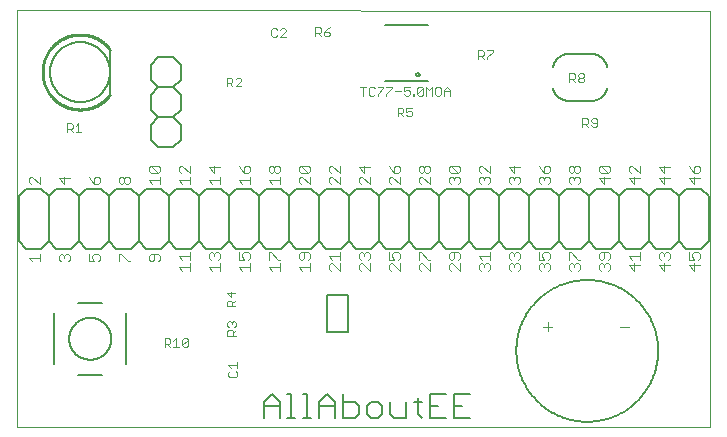
<source format=gto>
G75*
%MOIN*%
%OFA0B0*%
%FSLAX25Y25*%
%IPPOS*%
%LPD*%
%AMOC8*
5,1,8,0,0,1.08239X$1,22.5*
%
%ADD10C,0.00000*%
%ADD11C,0.00300*%
%ADD12C,0.00700*%
%ADD13C,0.00800*%
%ADD14C,0.01000*%
%ADD15C,0.00600*%
%ADD16C,0.00500*%
%ADD17C,0.00400*%
D10*
X0021800Y0021800D02*
X0021800Y0160501D01*
X0252745Y0160343D01*
X0252745Y0021800D01*
X0021800Y0021800D01*
D11*
X0070867Y0048367D02*
X0070867Y0051270D01*
X0072319Y0051270D01*
X0072802Y0050786D01*
X0072802Y0049819D01*
X0072319Y0049335D01*
X0070867Y0049335D01*
X0071835Y0049335D02*
X0072802Y0048367D01*
X0073814Y0048367D02*
X0075749Y0048367D01*
X0074781Y0048367D02*
X0074781Y0051270D01*
X0073814Y0050302D01*
X0076760Y0050786D02*
X0076760Y0048851D01*
X0078695Y0050786D01*
X0078695Y0048851D01*
X0078212Y0048367D01*
X0077244Y0048367D01*
X0076760Y0048851D01*
X0076760Y0050786D02*
X0077244Y0051270D01*
X0078212Y0051270D01*
X0078695Y0050786D01*
X0091740Y0052048D02*
X0091740Y0053500D01*
X0092223Y0053983D01*
X0093191Y0053983D01*
X0093675Y0053500D01*
X0093675Y0052048D01*
X0094642Y0052048D02*
X0091740Y0052048D01*
X0093675Y0053016D02*
X0094642Y0053983D01*
X0094158Y0054995D02*
X0094642Y0055479D01*
X0094642Y0056446D01*
X0094158Y0056930D01*
X0093675Y0056930D01*
X0093191Y0056446D01*
X0093191Y0055962D01*
X0093191Y0056446D02*
X0092707Y0056930D01*
X0092223Y0056930D01*
X0091740Y0056446D01*
X0091740Y0055479D01*
X0092223Y0054995D01*
X0091582Y0061891D02*
X0091582Y0063342D01*
X0092066Y0063826D01*
X0093033Y0063826D01*
X0093517Y0063342D01*
X0093517Y0061891D01*
X0093517Y0062858D02*
X0094485Y0063826D01*
X0093033Y0064837D02*
X0093033Y0066772D01*
X0091582Y0066289D02*
X0094485Y0066289D01*
X0093033Y0064837D02*
X0091582Y0066289D01*
X0091582Y0061891D02*
X0094485Y0061891D01*
X0096819Y0073722D02*
X0095585Y0074956D01*
X0099288Y0074956D01*
X0099288Y0073722D02*
X0099288Y0076190D01*
X0098671Y0077405D02*
X0099288Y0078022D01*
X0099288Y0079256D01*
X0098671Y0079874D01*
X0097436Y0079874D01*
X0096819Y0079256D01*
X0096819Y0078639D01*
X0097436Y0077405D01*
X0095585Y0077405D01*
X0095585Y0079874D01*
X0089288Y0079256D02*
X0089288Y0078022D01*
X0088671Y0077405D01*
X0089288Y0076190D02*
X0089288Y0073722D01*
X0089288Y0074956D02*
X0085585Y0074956D01*
X0086819Y0073722D01*
X0086202Y0077405D02*
X0085585Y0078022D01*
X0085585Y0079256D01*
X0086202Y0079874D01*
X0086819Y0079874D01*
X0087436Y0079256D01*
X0088053Y0079874D01*
X0088671Y0079874D01*
X0089288Y0079256D01*
X0087436Y0079256D02*
X0087436Y0078639D01*
X0079288Y0078639D02*
X0075585Y0078639D01*
X0076819Y0077405D01*
X0079288Y0077405D02*
X0079288Y0079874D01*
X0079288Y0076190D02*
X0079288Y0073722D01*
X0079288Y0074956D02*
X0075585Y0074956D01*
X0076819Y0073722D01*
X0069288Y0077488D02*
X0068671Y0076871D01*
X0069288Y0077488D02*
X0069288Y0078723D01*
X0068671Y0079340D01*
X0066202Y0079340D01*
X0065585Y0078723D01*
X0065585Y0077488D01*
X0066202Y0076871D01*
X0066819Y0076871D01*
X0067436Y0077488D01*
X0067436Y0079340D01*
X0059288Y0076871D02*
X0058671Y0076871D01*
X0056202Y0079340D01*
X0055585Y0079340D01*
X0055585Y0076871D01*
X0049288Y0077488D02*
X0048671Y0076871D01*
X0049288Y0077488D02*
X0049288Y0078723D01*
X0048671Y0079340D01*
X0047436Y0079340D01*
X0046819Y0078723D01*
X0046819Y0078106D01*
X0047436Y0076871D01*
X0045585Y0076871D01*
X0045585Y0079340D01*
X0039288Y0078723D02*
X0039288Y0077488D01*
X0038671Y0076871D01*
X0037436Y0078106D02*
X0037436Y0078723D01*
X0038053Y0079340D01*
X0038671Y0079340D01*
X0039288Y0078723D01*
X0037436Y0078723D02*
X0036819Y0079340D01*
X0036202Y0079340D01*
X0035585Y0078723D01*
X0035585Y0077488D01*
X0036202Y0076871D01*
X0029288Y0076871D02*
X0029288Y0079340D01*
X0029288Y0078106D02*
X0025585Y0078106D01*
X0026819Y0076871D01*
X0026202Y0102659D02*
X0025585Y0103276D01*
X0025585Y0104510D01*
X0026202Y0105127D01*
X0026819Y0105127D01*
X0029288Y0102659D01*
X0029288Y0105127D01*
X0035585Y0104510D02*
X0037436Y0102659D01*
X0037436Y0105127D01*
X0035585Y0104510D02*
X0039288Y0104510D01*
X0045585Y0105127D02*
X0046202Y0103893D01*
X0047436Y0102659D01*
X0047436Y0104510D01*
X0048053Y0105127D01*
X0048671Y0105127D01*
X0049288Y0104510D01*
X0049288Y0103276D01*
X0048671Y0102659D01*
X0047436Y0102659D01*
X0055585Y0103276D02*
X0055585Y0104510D01*
X0056202Y0105127D01*
X0056819Y0105127D01*
X0057436Y0104510D01*
X0057436Y0103276D01*
X0056819Y0102659D01*
X0056202Y0102659D01*
X0055585Y0103276D01*
X0057436Y0103276D02*
X0058053Y0102659D01*
X0058671Y0102659D01*
X0059288Y0103276D01*
X0059288Y0104510D01*
X0058671Y0105127D01*
X0058053Y0105127D01*
X0057436Y0104510D01*
X0065585Y0103893D02*
X0066819Y0102659D01*
X0065585Y0103893D02*
X0069288Y0103893D01*
X0069288Y0102659D02*
X0069288Y0105127D01*
X0068671Y0106342D02*
X0066202Y0108811D01*
X0068671Y0108811D01*
X0069288Y0108193D01*
X0069288Y0106959D01*
X0068671Y0106342D01*
X0066202Y0106342D01*
X0065585Y0106959D01*
X0065585Y0108193D01*
X0066202Y0108811D01*
X0075585Y0108193D02*
X0075585Y0106959D01*
X0076202Y0106342D01*
X0075585Y0108193D02*
X0076202Y0108811D01*
X0076819Y0108811D01*
X0079288Y0106342D01*
X0079288Y0108811D01*
X0079288Y0105127D02*
X0079288Y0102659D01*
X0079288Y0103893D02*
X0075585Y0103893D01*
X0076819Y0102659D01*
X0085585Y0103893D02*
X0089288Y0103893D01*
X0089288Y0102659D02*
X0089288Y0105127D01*
X0087436Y0106342D02*
X0087436Y0108811D01*
X0085585Y0108193D02*
X0087436Y0106342D01*
X0085585Y0108193D02*
X0089288Y0108193D01*
X0085585Y0103893D02*
X0086819Y0102659D01*
X0095585Y0103893D02*
X0096819Y0102659D01*
X0095585Y0103893D02*
X0099288Y0103893D01*
X0099288Y0102659D02*
X0099288Y0105127D01*
X0098671Y0106342D02*
X0099288Y0106959D01*
X0099288Y0108193D01*
X0098671Y0108811D01*
X0098053Y0108811D01*
X0097436Y0108193D01*
X0097436Y0106342D01*
X0098671Y0106342D01*
X0097436Y0106342D02*
X0096202Y0107576D01*
X0095585Y0108811D01*
X0105585Y0108193D02*
X0106202Y0108811D01*
X0106819Y0108811D01*
X0107436Y0108193D01*
X0107436Y0106959D01*
X0106819Y0106342D01*
X0106202Y0106342D01*
X0105585Y0106959D01*
X0105585Y0108193D01*
X0107436Y0108193D02*
X0108053Y0108811D01*
X0108671Y0108811D01*
X0109288Y0108193D01*
X0109288Y0106959D01*
X0108671Y0106342D01*
X0108053Y0106342D01*
X0107436Y0106959D01*
X0109288Y0105127D02*
X0109288Y0102659D01*
X0109288Y0103893D02*
X0105585Y0103893D01*
X0106819Y0102659D01*
X0115585Y0103276D02*
X0116202Y0102659D01*
X0115585Y0103276D02*
X0115585Y0104510D01*
X0116202Y0105127D01*
X0116819Y0105127D01*
X0119288Y0102659D01*
X0119288Y0105127D01*
X0118671Y0106342D02*
X0116202Y0108811D01*
X0118671Y0108811D01*
X0119288Y0108193D01*
X0119288Y0106959D01*
X0118671Y0106342D01*
X0116202Y0106342D01*
X0115585Y0106959D01*
X0115585Y0108193D01*
X0116202Y0108811D01*
X0125585Y0108193D02*
X0125585Y0106959D01*
X0126202Y0106342D01*
X0126202Y0105127D02*
X0125585Y0104510D01*
X0125585Y0103276D01*
X0126202Y0102659D01*
X0126819Y0105127D02*
X0129288Y0102659D01*
X0129288Y0105127D01*
X0129288Y0106342D02*
X0126819Y0108811D01*
X0126202Y0108811D01*
X0125585Y0108193D01*
X0126202Y0105127D02*
X0126819Y0105127D01*
X0129288Y0106342D02*
X0129288Y0108811D01*
X0135585Y0108193D02*
X0137436Y0106342D01*
X0137436Y0108811D01*
X0135585Y0108193D02*
X0139288Y0108193D01*
X0139288Y0105127D02*
X0139288Y0102659D01*
X0136819Y0105127D01*
X0136202Y0105127D01*
X0135585Y0104510D01*
X0135585Y0103276D01*
X0136202Y0102659D01*
X0145585Y0103276D02*
X0146202Y0102659D01*
X0145585Y0103276D02*
X0145585Y0104510D01*
X0146202Y0105127D01*
X0146819Y0105127D01*
X0149288Y0102659D01*
X0149288Y0105127D01*
X0148671Y0106342D02*
X0149288Y0106959D01*
X0149288Y0108193D01*
X0148671Y0108811D01*
X0148053Y0108811D01*
X0147436Y0108193D01*
X0147436Y0106342D01*
X0148671Y0106342D01*
X0147436Y0106342D02*
X0146202Y0107576D01*
X0145585Y0108811D01*
X0155585Y0108193D02*
X0156202Y0108811D01*
X0156819Y0108811D01*
X0157436Y0108193D01*
X0157436Y0106959D01*
X0156819Y0106342D01*
X0156202Y0106342D01*
X0155585Y0106959D01*
X0155585Y0108193D01*
X0157436Y0108193D02*
X0158053Y0108811D01*
X0158671Y0108811D01*
X0159288Y0108193D01*
X0159288Y0106959D01*
X0158671Y0106342D01*
X0158053Y0106342D01*
X0157436Y0106959D01*
X0156819Y0105127D02*
X0156202Y0105127D01*
X0155585Y0104510D01*
X0155585Y0103276D01*
X0156202Y0102659D01*
X0156819Y0105127D02*
X0159288Y0102659D01*
X0159288Y0105127D01*
X0165585Y0104510D02*
X0166202Y0105127D01*
X0166819Y0105127D01*
X0167436Y0104510D01*
X0168053Y0105127D01*
X0168671Y0105127D01*
X0169288Y0104510D01*
X0169288Y0103276D01*
X0168671Y0102659D01*
X0167436Y0103893D02*
X0167436Y0104510D01*
X0165585Y0104510D02*
X0165585Y0103276D01*
X0166202Y0102659D01*
X0166202Y0106342D02*
X0165585Y0106959D01*
X0165585Y0108193D01*
X0166202Y0108811D01*
X0168671Y0106342D01*
X0169288Y0106959D01*
X0169288Y0108193D01*
X0168671Y0108811D01*
X0166202Y0108811D01*
X0166202Y0106342D02*
X0168671Y0106342D01*
X0175585Y0106959D02*
X0176202Y0106342D01*
X0175585Y0106959D02*
X0175585Y0108193D01*
X0176202Y0108811D01*
X0176819Y0108811D01*
X0179288Y0106342D01*
X0179288Y0108811D01*
X0178671Y0105127D02*
X0178053Y0105127D01*
X0177436Y0104510D01*
X0177436Y0103893D01*
X0177436Y0104510D02*
X0176819Y0105127D01*
X0176202Y0105127D01*
X0175585Y0104510D01*
X0175585Y0103276D01*
X0176202Y0102659D01*
X0178671Y0102659D02*
X0179288Y0103276D01*
X0179288Y0104510D01*
X0178671Y0105127D01*
X0185585Y0104510D02*
X0186202Y0105127D01*
X0186819Y0105127D01*
X0187436Y0104510D01*
X0188053Y0105127D01*
X0188671Y0105127D01*
X0189288Y0104510D01*
X0189288Y0103276D01*
X0188671Y0102659D01*
X0187436Y0103893D02*
X0187436Y0104510D01*
X0187436Y0106342D02*
X0187436Y0108811D01*
X0185585Y0108193D02*
X0187436Y0106342D01*
X0185585Y0104510D02*
X0185585Y0103276D01*
X0186202Y0102659D01*
X0185585Y0108193D02*
X0189288Y0108193D01*
X0195585Y0108811D02*
X0196202Y0107576D01*
X0197436Y0106342D01*
X0197436Y0108193D01*
X0198053Y0108811D01*
X0198671Y0108811D01*
X0199288Y0108193D01*
X0199288Y0106959D01*
X0198671Y0106342D01*
X0197436Y0106342D01*
X0196819Y0105127D02*
X0197436Y0104510D01*
X0198053Y0105127D01*
X0198671Y0105127D01*
X0199288Y0104510D01*
X0199288Y0103276D01*
X0198671Y0102659D01*
X0197436Y0103893D02*
X0197436Y0104510D01*
X0196819Y0105127D02*
X0196202Y0105127D01*
X0195585Y0104510D01*
X0195585Y0103276D01*
X0196202Y0102659D01*
X0205585Y0103276D02*
X0205585Y0104510D01*
X0206202Y0105127D01*
X0206819Y0105127D01*
X0207436Y0104510D01*
X0208053Y0105127D01*
X0208671Y0105127D01*
X0209288Y0104510D01*
X0209288Y0103276D01*
X0208671Y0102659D01*
X0207436Y0103893D02*
X0207436Y0104510D01*
X0206819Y0106342D02*
X0206202Y0106342D01*
X0205585Y0106959D01*
X0205585Y0108193D01*
X0206202Y0108811D01*
X0206819Y0108811D01*
X0207436Y0108193D01*
X0207436Y0106959D01*
X0206819Y0106342D01*
X0207436Y0106959D02*
X0208053Y0106342D01*
X0208671Y0106342D01*
X0209288Y0106959D01*
X0209288Y0108193D01*
X0208671Y0108811D01*
X0208053Y0108811D01*
X0207436Y0108193D01*
X0205585Y0103276D02*
X0206202Y0102659D01*
X0215585Y0104510D02*
X0217436Y0102659D01*
X0217436Y0105127D01*
X0216202Y0106342D02*
X0218671Y0106342D01*
X0216202Y0108811D01*
X0218671Y0108811D01*
X0219288Y0108193D01*
X0219288Y0106959D01*
X0218671Y0106342D01*
X0219288Y0104510D02*
X0215585Y0104510D01*
X0216202Y0106342D02*
X0215585Y0106959D01*
X0215585Y0108193D01*
X0216202Y0108811D01*
X0225585Y0108193D02*
X0225585Y0106959D01*
X0226202Y0106342D01*
X0227436Y0105127D02*
X0227436Y0102659D01*
X0225585Y0104510D01*
X0229288Y0104510D01*
X0229288Y0106342D02*
X0226819Y0108811D01*
X0226202Y0108811D01*
X0225585Y0108193D01*
X0229288Y0108811D02*
X0229288Y0106342D01*
X0235585Y0104510D02*
X0237436Y0102659D01*
X0237436Y0105127D01*
X0237436Y0106342D02*
X0237436Y0108811D01*
X0235585Y0108193D02*
X0237436Y0106342D01*
X0235585Y0104510D02*
X0239288Y0104510D01*
X0239288Y0108193D02*
X0235585Y0108193D01*
X0245585Y0108811D02*
X0246202Y0107576D01*
X0247436Y0106342D01*
X0247436Y0108193D01*
X0248053Y0108811D01*
X0248671Y0108811D01*
X0249288Y0108193D01*
X0249288Y0106959D01*
X0248671Y0106342D01*
X0247436Y0106342D01*
X0247436Y0105127D02*
X0247436Y0102659D01*
X0245585Y0104510D01*
X0249288Y0104510D01*
X0215013Y0122186D02*
X0215013Y0124121D01*
X0214530Y0124605D01*
X0213562Y0124605D01*
X0213078Y0124121D01*
X0213078Y0123638D01*
X0213562Y0123154D01*
X0215013Y0123154D01*
X0215013Y0122186D02*
X0214530Y0121703D01*
X0213562Y0121703D01*
X0213078Y0122186D01*
X0212067Y0121703D02*
X0211099Y0122670D01*
X0211583Y0122670D02*
X0210132Y0122670D01*
X0210132Y0121703D02*
X0210132Y0124605D01*
X0211583Y0124605D01*
X0212067Y0124121D01*
X0212067Y0123154D01*
X0211583Y0122670D01*
X0210199Y0136624D02*
X0209231Y0136624D01*
X0208748Y0137108D01*
X0208748Y0137591D01*
X0209231Y0138075D01*
X0210199Y0138075D01*
X0210683Y0137591D01*
X0210683Y0137108D01*
X0210199Y0136624D01*
X0210199Y0138075D02*
X0210683Y0138559D01*
X0210683Y0139043D01*
X0210199Y0139526D01*
X0209231Y0139526D01*
X0208748Y0139043D01*
X0208748Y0138559D01*
X0209231Y0138075D01*
X0207736Y0138075D02*
X0207252Y0137591D01*
X0205801Y0137591D01*
X0205801Y0136624D02*
X0205801Y0139526D01*
X0207252Y0139526D01*
X0207736Y0139043D01*
X0207736Y0138075D01*
X0206769Y0137591D02*
X0207736Y0136624D01*
X0180203Y0146790D02*
X0178268Y0144855D01*
X0178268Y0144371D01*
X0177256Y0144371D02*
X0176289Y0145338D01*
X0176772Y0145338D02*
X0175321Y0145338D01*
X0175321Y0144371D02*
X0175321Y0147273D01*
X0176772Y0147273D01*
X0177256Y0146790D01*
X0177256Y0145822D01*
X0176772Y0145338D01*
X0178268Y0147273D02*
X0180203Y0147273D01*
X0180203Y0146790D01*
X0165924Y0134082D02*
X0165924Y0132147D01*
X0165924Y0133598D02*
X0163989Y0133598D01*
X0163989Y0134082D02*
X0163989Y0132147D01*
X0162977Y0132630D02*
X0162493Y0132147D01*
X0161526Y0132147D01*
X0161042Y0132630D01*
X0161042Y0134565D01*
X0161526Y0135049D01*
X0162493Y0135049D01*
X0162977Y0134565D01*
X0162977Y0132630D01*
X0163989Y0134082D02*
X0164956Y0135049D01*
X0165924Y0134082D01*
X0160031Y0135049D02*
X0160031Y0132147D01*
X0158096Y0132147D02*
X0158096Y0135049D01*
X0159063Y0134082D01*
X0160031Y0135049D01*
X0157084Y0134565D02*
X0157084Y0132630D01*
X0156600Y0132147D01*
X0155633Y0132147D01*
X0155149Y0132630D01*
X0157084Y0134565D01*
X0156600Y0135049D01*
X0155633Y0135049D01*
X0155149Y0134565D01*
X0155149Y0132630D01*
X0154160Y0132630D02*
X0154160Y0132147D01*
X0153676Y0132147D01*
X0153676Y0132630D01*
X0154160Y0132630D01*
X0152664Y0132630D02*
X0152181Y0132147D01*
X0151213Y0132147D01*
X0150729Y0132630D01*
X0150729Y0133598D02*
X0151697Y0134082D01*
X0152181Y0134082D01*
X0152664Y0133598D01*
X0152664Y0132630D01*
X0150729Y0133598D02*
X0150729Y0135049D01*
X0152664Y0135049D01*
X0149718Y0133598D02*
X0147783Y0133598D01*
X0146771Y0134565D02*
X0144836Y0132630D01*
X0144836Y0132147D01*
X0143825Y0134565D02*
X0141890Y0132630D01*
X0141890Y0132147D01*
X0140878Y0132630D02*
X0140394Y0132147D01*
X0139427Y0132147D01*
X0138943Y0132630D01*
X0138943Y0134565D01*
X0139427Y0135049D01*
X0140394Y0135049D01*
X0140878Y0134565D01*
X0141890Y0135049D02*
X0143825Y0135049D01*
X0143825Y0134565D01*
X0144836Y0135049D02*
X0146771Y0135049D01*
X0146771Y0134565D01*
X0137932Y0135049D02*
X0135997Y0135049D01*
X0136964Y0135049D02*
X0136964Y0132147D01*
X0148534Y0128120D02*
X0148534Y0125218D01*
X0148534Y0126185D02*
X0149986Y0126185D01*
X0150469Y0126669D01*
X0150469Y0127637D01*
X0149986Y0128120D01*
X0148534Y0128120D01*
X0149502Y0126185D02*
X0150469Y0125218D01*
X0151481Y0125702D02*
X0151965Y0125218D01*
X0152932Y0125218D01*
X0153416Y0125702D01*
X0153416Y0126669D01*
X0152932Y0127153D01*
X0152448Y0127153D01*
X0151481Y0126669D01*
X0151481Y0128120D01*
X0153416Y0128120D01*
X0125969Y0152432D02*
X0125485Y0151948D01*
X0124517Y0151948D01*
X0124034Y0152432D01*
X0124034Y0153399D01*
X0125485Y0153399D01*
X0125969Y0152916D01*
X0125969Y0152432D01*
X0125001Y0154367D02*
X0124034Y0153399D01*
X0123022Y0153399D02*
X0122538Y0152916D01*
X0121087Y0152916D01*
X0122055Y0152916D02*
X0123022Y0151948D01*
X0123022Y0153399D02*
X0123022Y0154367D01*
X0122538Y0154851D01*
X0121087Y0154851D01*
X0121087Y0151948D01*
X0125001Y0154367D02*
X0125969Y0154851D01*
X0111335Y0154108D02*
X0110851Y0154592D01*
X0109884Y0154592D01*
X0109400Y0154108D01*
X0108388Y0154108D02*
X0107905Y0154592D01*
X0106937Y0154592D01*
X0106453Y0154108D01*
X0106453Y0152173D01*
X0106937Y0151689D01*
X0107905Y0151689D01*
X0108388Y0152173D01*
X0109400Y0151689D02*
X0111335Y0153624D01*
X0111335Y0154108D01*
X0111335Y0151689D02*
X0109400Y0151689D01*
X0095986Y0138109D02*
X0095019Y0138109D01*
X0094535Y0137625D01*
X0093523Y0137625D02*
X0093523Y0136658D01*
X0093040Y0136174D01*
X0091588Y0136174D01*
X0091588Y0135207D02*
X0091588Y0138109D01*
X0093040Y0138109D01*
X0093523Y0137625D01*
X0092556Y0136174D02*
X0093523Y0135207D01*
X0094535Y0135207D02*
X0096470Y0137142D01*
X0096470Y0137625D01*
X0095986Y0138109D01*
X0096470Y0135207D02*
X0094535Y0135207D01*
X0043155Y0119970D02*
X0041220Y0119970D01*
X0042188Y0119970D02*
X0042188Y0122872D01*
X0041220Y0121905D01*
X0040209Y0122388D02*
X0040209Y0121421D01*
X0039725Y0120937D01*
X0038274Y0120937D01*
X0039241Y0120937D02*
X0040209Y0119970D01*
X0038274Y0119970D02*
X0038274Y0122872D01*
X0039725Y0122872D01*
X0040209Y0122388D01*
X0105585Y0079874D02*
X0106202Y0079874D01*
X0108671Y0077405D01*
X0109288Y0077405D01*
X0109288Y0076190D02*
X0109288Y0073722D01*
X0109288Y0074956D02*
X0105585Y0074956D01*
X0106819Y0073722D01*
X0105585Y0077405D02*
X0105585Y0079874D01*
X0115585Y0079256D02*
X0115585Y0078022D01*
X0116202Y0077405D01*
X0116819Y0077405D01*
X0117436Y0078022D01*
X0117436Y0079874D01*
X0116202Y0079874D02*
X0118671Y0079874D01*
X0119288Y0079256D01*
X0119288Y0078022D01*
X0118671Y0077405D01*
X0119288Y0076190D02*
X0119288Y0073722D01*
X0119288Y0074956D02*
X0115585Y0074956D01*
X0116819Y0073722D01*
X0115585Y0079256D02*
X0116202Y0079874D01*
X0125585Y0078639D02*
X0129288Y0078639D01*
X0129288Y0077405D02*
X0129288Y0079874D01*
X0126819Y0077405D02*
X0125585Y0078639D01*
X0126202Y0076190D02*
X0125585Y0075573D01*
X0125585Y0074339D01*
X0126202Y0073722D01*
X0126202Y0076190D02*
X0126819Y0076190D01*
X0129288Y0073722D01*
X0129288Y0076190D01*
X0135585Y0075573D02*
X0135585Y0074339D01*
X0136202Y0073722D01*
X0135585Y0075573D02*
X0136202Y0076190D01*
X0136819Y0076190D01*
X0139288Y0073722D01*
X0139288Y0076190D01*
X0138671Y0077405D02*
X0139288Y0078022D01*
X0139288Y0079256D01*
X0138671Y0079874D01*
X0138053Y0079874D01*
X0137436Y0079256D01*
X0137436Y0078639D01*
X0137436Y0079256D02*
X0136819Y0079874D01*
X0136202Y0079874D01*
X0135585Y0079256D01*
X0135585Y0078022D01*
X0136202Y0077405D01*
X0145585Y0077405D02*
X0147436Y0077405D01*
X0146819Y0078639D01*
X0146819Y0079256D01*
X0147436Y0079874D01*
X0148671Y0079874D01*
X0149288Y0079256D01*
X0149288Y0078022D01*
X0148671Y0077405D01*
X0149288Y0076190D02*
X0149288Y0073722D01*
X0146819Y0076190D01*
X0146202Y0076190D01*
X0145585Y0075573D01*
X0145585Y0074339D01*
X0146202Y0073722D01*
X0145585Y0077405D02*
X0145585Y0079874D01*
X0155585Y0079874D02*
X0155585Y0077405D01*
X0156202Y0076190D02*
X0155585Y0075573D01*
X0155585Y0074339D01*
X0156202Y0073722D01*
X0156202Y0076190D02*
X0156819Y0076190D01*
X0159288Y0073722D01*
X0159288Y0076190D01*
X0159288Y0077405D02*
X0158671Y0077405D01*
X0156202Y0079874D01*
X0155585Y0079874D01*
X0165585Y0079256D02*
X0165585Y0078022D01*
X0166202Y0077405D01*
X0166819Y0077405D01*
X0167436Y0078022D01*
X0167436Y0079874D01*
X0166202Y0079874D02*
X0168671Y0079874D01*
X0169288Y0079256D01*
X0169288Y0078022D01*
X0168671Y0077405D01*
X0169288Y0076190D02*
X0169288Y0073722D01*
X0166819Y0076190D01*
X0166202Y0076190D01*
X0165585Y0075573D01*
X0165585Y0074339D01*
X0166202Y0073722D01*
X0165585Y0079256D02*
X0166202Y0079874D01*
X0175585Y0078639D02*
X0179288Y0078639D01*
X0179288Y0077405D02*
X0179288Y0079874D01*
X0176819Y0077405D02*
X0175585Y0078639D01*
X0176202Y0076190D02*
X0176819Y0076190D01*
X0177436Y0075573D01*
X0178053Y0076190D01*
X0178671Y0076190D01*
X0179288Y0075573D01*
X0179288Y0074339D01*
X0178671Y0073722D01*
X0177436Y0074956D02*
X0177436Y0075573D01*
X0176202Y0076190D02*
X0175585Y0075573D01*
X0175585Y0074339D01*
X0176202Y0073722D01*
X0185585Y0074339D02*
X0185585Y0075573D01*
X0186202Y0076190D01*
X0186819Y0076190D01*
X0187436Y0075573D01*
X0188053Y0076190D01*
X0188671Y0076190D01*
X0189288Y0075573D01*
X0189288Y0074339D01*
X0188671Y0073722D01*
X0187436Y0074956D02*
X0187436Y0075573D01*
X0186202Y0077405D02*
X0185585Y0078022D01*
X0185585Y0079256D01*
X0186202Y0079874D01*
X0186819Y0079874D01*
X0187436Y0079256D01*
X0188053Y0079874D01*
X0188671Y0079874D01*
X0189288Y0079256D01*
X0189288Y0078022D01*
X0188671Y0077405D01*
X0187436Y0078639D02*
X0187436Y0079256D01*
X0185585Y0074339D02*
X0186202Y0073722D01*
X0195585Y0074339D02*
X0195585Y0075573D01*
X0196202Y0076190D01*
X0196819Y0076190D01*
X0197436Y0075573D01*
X0198053Y0076190D01*
X0198671Y0076190D01*
X0199288Y0075573D01*
X0199288Y0074339D01*
X0198671Y0073722D01*
X0197436Y0074956D02*
X0197436Y0075573D01*
X0197436Y0077405D02*
X0196819Y0078639D01*
X0196819Y0079256D01*
X0197436Y0079874D01*
X0198671Y0079874D01*
X0199288Y0079256D01*
X0199288Y0078022D01*
X0198671Y0077405D01*
X0197436Y0077405D02*
X0195585Y0077405D01*
X0195585Y0079874D01*
X0195585Y0074339D02*
X0196202Y0073722D01*
X0205585Y0074339D02*
X0205585Y0075573D01*
X0206202Y0076190D01*
X0206819Y0076190D01*
X0207436Y0075573D01*
X0208053Y0076190D01*
X0208671Y0076190D01*
X0209288Y0075573D01*
X0209288Y0074339D01*
X0208671Y0073722D01*
X0207436Y0074956D02*
X0207436Y0075573D01*
X0208671Y0077405D02*
X0209288Y0077405D01*
X0208671Y0077405D02*
X0206202Y0079874D01*
X0205585Y0079874D01*
X0205585Y0077405D01*
X0205585Y0074339D02*
X0206202Y0073722D01*
X0215585Y0074339D02*
X0215585Y0075573D01*
X0216202Y0076190D01*
X0216819Y0076190D01*
X0217436Y0075573D01*
X0218053Y0076190D01*
X0218671Y0076190D01*
X0219288Y0075573D01*
X0219288Y0074339D01*
X0218671Y0073722D01*
X0217436Y0074956D02*
X0217436Y0075573D01*
X0216819Y0077405D02*
X0217436Y0078022D01*
X0217436Y0079874D01*
X0216202Y0079874D02*
X0218671Y0079874D01*
X0219288Y0079256D01*
X0219288Y0078022D01*
X0218671Y0077405D01*
X0216819Y0077405D02*
X0216202Y0077405D01*
X0215585Y0078022D01*
X0215585Y0079256D01*
X0216202Y0079874D01*
X0215585Y0074339D02*
X0216202Y0073722D01*
X0225585Y0075573D02*
X0227436Y0073722D01*
X0227436Y0076190D01*
X0226819Y0077405D02*
X0225585Y0078639D01*
X0229288Y0078639D01*
X0229288Y0077405D02*
X0229288Y0079874D01*
X0229288Y0075573D02*
X0225585Y0075573D01*
X0235585Y0075573D02*
X0237436Y0073722D01*
X0237436Y0076190D01*
X0236202Y0077405D02*
X0235585Y0078022D01*
X0235585Y0079256D01*
X0236202Y0079874D01*
X0236819Y0079874D01*
X0237436Y0079256D01*
X0238053Y0079874D01*
X0238671Y0079874D01*
X0239288Y0079256D01*
X0239288Y0078022D01*
X0238671Y0077405D01*
X0237436Y0078639D02*
X0237436Y0079256D01*
X0235585Y0075573D02*
X0239288Y0075573D01*
X0245585Y0075573D02*
X0247436Y0073722D01*
X0247436Y0076190D01*
X0247436Y0077405D02*
X0246819Y0078639D01*
X0246819Y0079256D01*
X0247436Y0079874D01*
X0248671Y0079874D01*
X0249288Y0079256D01*
X0249288Y0078022D01*
X0248671Y0077405D01*
X0247436Y0077405D02*
X0245585Y0077405D01*
X0245585Y0079874D01*
X0245585Y0075573D02*
X0249288Y0075573D01*
X0095043Y0043196D02*
X0095043Y0041261D01*
X0095043Y0042228D02*
X0092140Y0042228D01*
X0093108Y0041261D01*
X0092624Y0040249D02*
X0092140Y0039765D01*
X0092140Y0038798D01*
X0092624Y0038314D01*
X0094559Y0038314D01*
X0095043Y0038798D01*
X0095043Y0039765D01*
X0094559Y0040249D01*
D12*
X0103920Y0029961D02*
X0106556Y0032596D01*
X0109192Y0029961D01*
X0109192Y0024689D01*
X0111839Y0024689D02*
X0114475Y0024689D01*
X0113157Y0024689D02*
X0113157Y0032596D01*
X0111839Y0032596D01*
X0109192Y0028643D02*
X0103920Y0028643D01*
X0103920Y0029961D02*
X0103920Y0024689D01*
X0117118Y0024689D02*
X0119754Y0024689D01*
X0118436Y0024689D02*
X0118436Y0032596D01*
X0117118Y0032596D01*
X0122398Y0029961D02*
X0125033Y0032596D01*
X0127669Y0029961D01*
X0127669Y0024689D01*
X0130316Y0024689D02*
X0134270Y0024689D01*
X0135588Y0026007D01*
X0135588Y0028643D01*
X0134270Y0029961D01*
X0130316Y0029961D01*
X0130316Y0032596D02*
X0130316Y0024689D01*
X0127669Y0028643D02*
X0122398Y0028643D01*
X0122398Y0029961D02*
X0122398Y0024689D01*
X0138235Y0026007D02*
X0139553Y0024689D01*
X0142188Y0024689D01*
X0143506Y0026007D01*
X0143506Y0028643D01*
X0142188Y0029961D01*
X0139553Y0029961D01*
X0138235Y0028643D01*
X0138235Y0026007D01*
X0146154Y0026007D02*
X0147472Y0024689D01*
X0151425Y0024689D01*
X0151425Y0029961D01*
X0154073Y0029961D02*
X0156708Y0029961D01*
X0155390Y0031278D02*
X0155390Y0026007D01*
X0156708Y0024689D01*
X0159352Y0024689D02*
X0164623Y0024689D01*
X0167271Y0024689D02*
X0172542Y0024689D01*
X0167271Y0024689D02*
X0167271Y0032596D01*
X0172542Y0032596D01*
X0169906Y0028643D02*
X0167271Y0028643D01*
X0164623Y0032596D02*
X0159352Y0032596D01*
X0159352Y0024689D01*
X0159352Y0028643D02*
X0161987Y0028643D01*
X0146154Y0029961D02*
X0146154Y0026007D01*
D13*
X0058091Y0042591D02*
X0058091Y0059591D01*
X0050139Y0063091D02*
X0042091Y0063091D01*
X0034091Y0059591D02*
X0034091Y0042591D01*
X0042091Y0039091D02*
X0050020Y0039091D01*
X0039091Y0051091D02*
X0039093Y0051263D01*
X0039099Y0051434D01*
X0039110Y0051606D01*
X0039125Y0051777D01*
X0039144Y0051948D01*
X0039167Y0052118D01*
X0039194Y0052288D01*
X0039226Y0052457D01*
X0039261Y0052625D01*
X0039301Y0052792D01*
X0039345Y0052958D01*
X0039392Y0053123D01*
X0039444Y0053287D01*
X0039500Y0053449D01*
X0039560Y0053610D01*
X0039624Y0053770D01*
X0039692Y0053928D01*
X0039763Y0054084D01*
X0039838Y0054238D01*
X0039918Y0054391D01*
X0040000Y0054541D01*
X0040087Y0054690D01*
X0040177Y0054836D01*
X0040271Y0054980D01*
X0040368Y0055122D01*
X0040469Y0055261D01*
X0040573Y0055398D01*
X0040680Y0055532D01*
X0040791Y0055663D01*
X0040904Y0055792D01*
X0041021Y0055918D01*
X0041141Y0056041D01*
X0041264Y0056161D01*
X0041390Y0056278D01*
X0041519Y0056391D01*
X0041650Y0056502D01*
X0041784Y0056609D01*
X0041921Y0056713D01*
X0042060Y0056814D01*
X0042202Y0056911D01*
X0042346Y0057005D01*
X0042492Y0057095D01*
X0042641Y0057182D01*
X0042791Y0057264D01*
X0042944Y0057344D01*
X0043098Y0057419D01*
X0043254Y0057490D01*
X0043412Y0057558D01*
X0043572Y0057622D01*
X0043733Y0057682D01*
X0043895Y0057738D01*
X0044059Y0057790D01*
X0044224Y0057837D01*
X0044390Y0057881D01*
X0044557Y0057921D01*
X0044725Y0057956D01*
X0044894Y0057988D01*
X0045064Y0058015D01*
X0045234Y0058038D01*
X0045405Y0058057D01*
X0045576Y0058072D01*
X0045748Y0058083D01*
X0045919Y0058089D01*
X0046091Y0058091D01*
X0046263Y0058089D01*
X0046434Y0058083D01*
X0046606Y0058072D01*
X0046777Y0058057D01*
X0046948Y0058038D01*
X0047118Y0058015D01*
X0047288Y0057988D01*
X0047457Y0057956D01*
X0047625Y0057921D01*
X0047792Y0057881D01*
X0047958Y0057837D01*
X0048123Y0057790D01*
X0048287Y0057738D01*
X0048449Y0057682D01*
X0048610Y0057622D01*
X0048770Y0057558D01*
X0048928Y0057490D01*
X0049084Y0057419D01*
X0049238Y0057344D01*
X0049391Y0057264D01*
X0049541Y0057182D01*
X0049690Y0057095D01*
X0049836Y0057005D01*
X0049980Y0056911D01*
X0050122Y0056814D01*
X0050261Y0056713D01*
X0050398Y0056609D01*
X0050532Y0056502D01*
X0050663Y0056391D01*
X0050792Y0056278D01*
X0050918Y0056161D01*
X0051041Y0056041D01*
X0051161Y0055918D01*
X0051278Y0055792D01*
X0051391Y0055663D01*
X0051502Y0055532D01*
X0051609Y0055398D01*
X0051713Y0055261D01*
X0051814Y0055122D01*
X0051911Y0054980D01*
X0052005Y0054836D01*
X0052095Y0054690D01*
X0052182Y0054541D01*
X0052264Y0054391D01*
X0052344Y0054238D01*
X0052419Y0054084D01*
X0052490Y0053928D01*
X0052558Y0053770D01*
X0052622Y0053610D01*
X0052682Y0053449D01*
X0052738Y0053287D01*
X0052790Y0053123D01*
X0052837Y0052958D01*
X0052881Y0052792D01*
X0052921Y0052625D01*
X0052956Y0052457D01*
X0052988Y0052288D01*
X0053015Y0052118D01*
X0053038Y0051948D01*
X0053057Y0051777D01*
X0053072Y0051606D01*
X0053083Y0051434D01*
X0053089Y0051263D01*
X0053091Y0051091D01*
X0053089Y0050919D01*
X0053083Y0050748D01*
X0053072Y0050576D01*
X0053057Y0050405D01*
X0053038Y0050234D01*
X0053015Y0050064D01*
X0052988Y0049894D01*
X0052956Y0049725D01*
X0052921Y0049557D01*
X0052881Y0049390D01*
X0052837Y0049224D01*
X0052790Y0049059D01*
X0052738Y0048895D01*
X0052682Y0048733D01*
X0052622Y0048572D01*
X0052558Y0048412D01*
X0052490Y0048254D01*
X0052419Y0048098D01*
X0052344Y0047944D01*
X0052264Y0047791D01*
X0052182Y0047641D01*
X0052095Y0047492D01*
X0052005Y0047346D01*
X0051911Y0047202D01*
X0051814Y0047060D01*
X0051713Y0046921D01*
X0051609Y0046784D01*
X0051502Y0046650D01*
X0051391Y0046519D01*
X0051278Y0046390D01*
X0051161Y0046264D01*
X0051041Y0046141D01*
X0050918Y0046021D01*
X0050792Y0045904D01*
X0050663Y0045791D01*
X0050532Y0045680D01*
X0050398Y0045573D01*
X0050261Y0045469D01*
X0050122Y0045368D01*
X0049980Y0045271D01*
X0049836Y0045177D01*
X0049690Y0045087D01*
X0049541Y0045000D01*
X0049391Y0044918D01*
X0049238Y0044838D01*
X0049084Y0044763D01*
X0048928Y0044692D01*
X0048770Y0044624D01*
X0048610Y0044560D01*
X0048449Y0044500D01*
X0048287Y0044444D01*
X0048123Y0044392D01*
X0047958Y0044345D01*
X0047792Y0044301D01*
X0047625Y0044261D01*
X0047457Y0044226D01*
X0047288Y0044194D01*
X0047118Y0044167D01*
X0046948Y0044144D01*
X0046777Y0044125D01*
X0046606Y0044110D01*
X0046434Y0044099D01*
X0046263Y0044093D01*
X0046091Y0044091D01*
X0045919Y0044093D01*
X0045748Y0044099D01*
X0045576Y0044110D01*
X0045405Y0044125D01*
X0045234Y0044144D01*
X0045064Y0044167D01*
X0044894Y0044194D01*
X0044725Y0044226D01*
X0044557Y0044261D01*
X0044390Y0044301D01*
X0044224Y0044345D01*
X0044059Y0044392D01*
X0043895Y0044444D01*
X0043733Y0044500D01*
X0043572Y0044560D01*
X0043412Y0044624D01*
X0043254Y0044692D01*
X0043098Y0044763D01*
X0042944Y0044838D01*
X0042791Y0044918D01*
X0042641Y0045000D01*
X0042492Y0045087D01*
X0042346Y0045177D01*
X0042202Y0045271D01*
X0042060Y0045368D01*
X0041921Y0045469D01*
X0041784Y0045573D01*
X0041650Y0045680D01*
X0041519Y0045791D01*
X0041390Y0045904D01*
X0041264Y0046021D01*
X0041141Y0046141D01*
X0041021Y0046264D01*
X0040904Y0046390D01*
X0040791Y0046519D01*
X0040680Y0046650D01*
X0040573Y0046784D01*
X0040469Y0046921D01*
X0040368Y0047060D01*
X0040271Y0047202D01*
X0040177Y0047346D01*
X0040087Y0047492D01*
X0040000Y0047641D01*
X0039918Y0047791D01*
X0039838Y0047944D01*
X0039763Y0048098D01*
X0039692Y0048254D01*
X0039624Y0048412D01*
X0039560Y0048572D01*
X0039500Y0048733D01*
X0039444Y0048895D01*
X0039392Y0049059D01*
X0039345Y0049224D01*
X0039301Y0049390D01*
X0039261Y0049557D01*
X0039226Y0049725D01*
X0039194Y0049894D01*
X0039167Y0050064D01*
X0039144Y0050234D01*
X0039125Y0050405D01*
X0039110Y0050576D01*
X0039099Y0050748D01*
X0039093Y0050919D01*
X0039091Y0051091D01*
X0052706Y0132489D02*
X0052706Y0147489D01*
X0154768Y0139197D02*
X0154770Y0139244D01*
X0154776Y0139291D01*
X0154786Y0139338D01*
X0154799Y0139383D01*
X0154817Y0139427D01*
X0154838Y0139469D01*
X0154862Y0139510D01*
X0154890Y0139548D01*
X0154921Y0139584D01*
X0154955Y0139617D01*
X0154991Y0139647D01*
X0155030Y0139674D01*
X0155071Y0139698D01*
X0155114Y0139718D01*
X0155158Y0139734D01*
X0155204Y0139747D01*
X0155250Y0139756D01*
X0155298Y0139761D01*
X0155345Y0139762D01*
X0155392Y0139759D01*
X0155439Y0139752D01*
X0155485Y0139741D01*
X0155530Y0139727D01*
X0155574Y0139708D01*
X0155615Y0139686D01*
X0155655Y0139661D01*
X0155693Y0139632D01*
X0155728Y0139601D01*
X0155761Y0139566D01*
X0155790Y0139529D01*
X0155816Y0139490D01*
X0155839Y0139448D01*
X0155858Y0139405D01*
X0155874Y0139360D01*
X0155886Y0139314D01*
X0155894Y0139268D01*
X0155898Y0139221D01*
X0155898Y0139173D01*
X0155894Y0139126D01*
X0155886Y0139080D01*
X0155874Y0139034D01*
X0155858Y0138989D01*
X0155839Y0138946D01*
X0155816Y0138904D01*
X0155790Y0138865D01*
X0155761Y0138828D01*
X0155728Y0138793D01*
X0155693Y0138762D01*
X0155655Y0138733D01*
X0155616Y0138708D01*
X0155574Y0138686D01*
X0155530Y0138667D01*
X0155485Y0138653D01*
X0155439Y0138642D01*
X0155392Y0138635D01*
X0155345Y0138632D01*
X0155298Y0138633D01*
X0155250Y0138638D01*
X0155204Y0138647D01*
X0155158Y0138660D01*
X0155114Y0138676D01*
X0155071Y0138696D01*
X0155030Y0138720D01*
X0154991Y0138747D01*
X0154955Y0138777D01*
X0154921Y0138810D01*
X0154890Y0138846D01*
X0154862Y0138884D01*
X0154838Y0138925D01*
X0154817Y0138967D01*
X0154799Y0139011D01*
X0154786Y0139056D01*
X0154776Y0139103D01*
X0154770Y0139150D01*
X0154768Y0139197D01*
X0200304Y0141761D02*
X0200340Y0141906D01*
X0200381Y0142050D01*
X0200425Y0142192D01*
X0200473Y0142334D01*
X0200525Y0142474D01*
X0200581Y0142613D01*
X0200640Y0142750D01*
X0200702Y0142886D01*
X0200769Y0143020D01*
X0200839Y0143152D01*
X0200912Y0143282D01*
X0200988Y0143411D01*
X0201069Y0143537D01*
X0201152Y0143661D01*
X0201238Y0143783D01*
X0201328Y0143902D01*
X0201421Y0144019D01*
X0201517Y0144134D01*
X0201616Y0144246D01*
X0201718Y0144355D01*
X0201823Y0144462D01*
X0201930Y0144566D01*
X0202040Y0144667D01*
X0202153Y0144765D01*
X0202268Y0144860D01*
X0202386Y0144952D01*
X0202506Y0145041D01*
X0202629Y0145126D01*
X0202754Y0145209D01*
X0202881Y0145288D01*
X0203010Y0145364D01*
X0203140Y0145436D01*
X0203273Y0145504D01*
X0203408Y0145570D01*
X0203544Y0145631D01*
X0203682Y0145689D01*
X0203821Y0145744D01*
X0203961Y0145794D01*
X0204103Y0145841D01*
X0204246Y0145885D01*
X0204391Y0145924D01*
X0204536Y0145960D01*
X0204682Y0145991D01*
X0204829Y0146019D01*
X0204976Y0146043D01*
X0205124Y0146063D01*
X0205273Y0146079D01*
X0205422Y0146092D01*
X0205422Y0146091D02*
X0213296Y0146091D01*
X0213296Y0146092D02*
X0213445Y0146079D01*
X0213593Y0146063D01*
X0213742Y0146043D01*
X0213889Y0146019D01*
X0214036Y0145991D01*
X0214182Y0145960D01*
X0214327Y0145924D01*
X0214471Y0145885D01*
X0214615Y0145841D01*
X0214756Y0145794D01*
X0214897Y0145744D01*
X0215036Y0145689D01*
X0215174Y0145631D01*
X0215310Y0145570D01*
X0215445Y0145505D01*
X0215578Y0145436D01*
X0215708Y0145364D01*
X0215837Y0145288D01*
X0215964Y0145209D01*
X0216089Y0145127D01*
X0216212Y0145041D01*
X0216332Y0144952D01*
X0216450Y0144860D01*
X0216565Y0144765D01*
X0216678Y0144667D01*
X0216788Y0144566D01*
X0216896Y0144462D01*
X0217000Y0144355D01*
X0217102Y0144246D01*
X0217201Y0144134D01*
X0217297Y0144019D01*
X0217390Y0143902D01*
X0217480Y0143783D01*
X0217566Y0143661D01*
X0217650Y0143537D01*
X0217730Y0143411D01*
X0217806Y0143282D01*
X0217880Y0143152D01*
X0217949Y0143020D01*
X0218016Y0142886D01*
X0218078Y0142750D01*
X0218137Y0142613D01*
X0218193Y0142474D01*
X0218245Y0142334D01*
X0218293Y0142192D01*
X0218337Y0142049D01*
X0218378Y0141906D01*
X0218414Y0141761D01*
X0218414Y0134674D02*
X0218378Y0134529D01*
X0218337Y0134385D01*
X0218293Y0134243D01*
X0218245Y0134101D01*
X0218193Y0133961D01*
X0218137Y0133822D01*
X0218078Y0133685D01*
X0218016Y0133549D01*
X0217949Y0133415D01*
X0217879Y0133283D01*
X0217806Y0133153D01*
X0217730Y0133024D01*
X0217649Y0132898D01*
X0217566Y0132774D01*
X0217480Y0132652D01*
X0217390Y0132533D01*
X0217297Y0132416D01*
X0217201Y0132301D01*
X0217102Y0132189D01*
X0217000Y0132080D01*
X0216895Y0131973D01*
X0216788Y0131869D01*
X0216678Y0131768D01*
X0216565Y0131670D01*
X0216450Y0131575D01*
X0216332Y0131483D01*
X0216212Y0131394D01*
X0216089Y0131309D01*
X0215964Y0131226D01*
X0215837Y0131147D01*
X0215708Y0131071D01*
X0215578Y0130999D01*
X0215445Y0130931D01*
X0215310Y0130865D01*
X0215174Y0130804D01*
X0215036Y0130746D01*
X0214897Y0130691D01*
X0214757Y0130641D01*
X0214615Y0130594D01*
X0214472Y0130550D01*
X0214327Y0130511D01*
X0214182Y0130475D01*
X0214036Y0130444D01*
X0213889Y0130416D01*
X0213742Y0130392D01*
X0213594Y0130372D01*
X0213445Y0130356D01*
X0213296Y0130343D01*
X0205422Y0130343D01*
X0205273Y0130356D01*
X0205125Y0130372D01*
X0204976Y0130392D01*
X0204829Y0130416D01*
X0204682Y0130444D01*
X0204536Y0130475D01*
X0204391Y0130511D01*
X0204247Y0130550D01*
X0204103Y0130594D01*
X0203962Y0130641D01*
X0203821Y0130691D01*
X0203682Y0130746D01*
X0203544Y0130804D01*
X0203408Y0130865D01*
X0203273Y0130930D01*
X0203140Y0130999D01*
X0203010Y0131071D01*
X0202881Y0131147D01*
X0202754Y0131226D01*
X0202629Y0131308D01*
X0202506Y0131394D01*
X0202386Y0131483D01*
X0202268Y0131575D01*
X0202153Y0131670D01*
X0202040Y0131768D01*
X0201930Y0131869D01*
X0201822Y0131973D01*
X0201718Y0132080D01*
X0201616Y0132189D01*
X0201517Y0132301D01*
X0201421Y0132416D01*
X0201328Y0132533D01*
X0201238Y0132652D01*
X0201152Y0132774D01*
X0201068Y0132898D01*
X0200988Y0133024D01*
X0200912Y0133153D01*
X0200838Y0133283D01*
X0200769Y0133415D01*
X0200702Y0133549D01*
X0200640Y0133685D01*
X0200581Y0133822D01*
X0200525Y0133961D01*
X0200473Y0134101D01*
X0200425Y0134243D01*
X0200381Y0134386D01*
X0200340Y0134529D01*
X0200304Y0134674D01*
D14*
X0052705Y0132489D02*
X0052518Y0132246D01*
X0052326Y0132008D01*
X0052127Y0131775D01*
X0051923Y0131547D01*
X0051714Y0131324D01*
X0051499Y0131106D01*
X0051279Y0130893D01*
X0051054Y0130686D01*
X0050823Y0130484D01*
X0050588Y0130288D01*
X0050348Y0130098D01*
X0050104Y0129914D01*
X0049855Y0129736D01*
X0049601Y0129564D01*
X0049344Y0129398D01*
X0049083Y0129238D01*
X0048818Y0129085D01*
X0048549Y0128939D01*
X0048276Y0128799D01*
X0048001Y0128666D01*
X0047722Y0128540D01*
X0047440Y0128420D01*
X0047155Y0128308D01*
X0046868Y0128203D01*
X0046578Y0128104D01*
X0046286Y0128013D01*
X0045991Y0127929D01*
X0045695Y0127852D01*
X0045397Y0127782D01*
X0045097Y0127720D01*
X0044796Y0127665D01*
X0044494Y0127618D01*
X0044190Y0127578D01*
X0043886Y0127545D01*
X0043581Y0127520D01*
X0043275Y0127502D01*
X0042969Y0127492D01*
X0042663Y0127489D01*
X0042357Y0127494D01*
X0042051Y0127506D01*
X0041745Y0127526D01*
X0041441Y0127553D01*
X0041136Y0127588D01*
X0040833Y0127630D01*
X0040531Y0127679D01*
X0040230Y0127736D01*
X0039931Y0127801D01*
X0039633Y0127872D01*
X0039338Y0127951D01*
X0039044Y0128037D01*
X0038752Y0128130D01*
X0038463Y0128231D01*
X0038176Y0128338D01*
X0037892Y0128453D01*
X0037611Y0128574D01*
X0037333Y0128702D01*
X0037058Y0128837D01*
X0036787Y0128979D01*
X0036519Y0129127D01*
X0036255Y0129282D01*
X0035995Y0129443D01*
X0035739Y0129610D01*
X0035486Y0129784D01*
X0035239Y0129964D01*
X0034995Y0130150D01*
X0034757Y0130341D01*
X0034523Y0130539D01*
X0034294Y0130742D01*
X0034070Y0130951D01*
X0033851Y0131165D01*
X0033638Y0131385D01*
X0033430Y0131609D01*
X0033227Y0131839D01*
X0033031Y0132073D01*
X0032840Y0132313D01*
X0032655Y0132556D01*
X0032476Y0132805D01*
X0032303Y0133057D01*
X0032136Y0133314D01*
X0031976Y0133575D01*
X0031822Y0133840D01*
X0031675Y0134108D01*
X0031534Y0134380D01*
X0031400Y0134655D01*
X0031273Y0134934D01*
X0031152Y0135215D01*
X0031039Y0135500D01*
X0030933Y0135787D01*
X0030833Y0136076D01*
X0030741Y0136368D01*
X0030656Y0136662D01*
X0030578Y0136958D01*
X0030507Y0137256D01*
X0030444Y0137556D01*
X0030388Y0137857D01*
X0030340Y0138159D01*
X0030299Y0138462D01*
X0030265Y0138766D01*
X0030239Y0139071D01*
X0030220Y0139377D01*
X0030209Y0139683D01*
X0030205Y0139989D01*
X0030209Y0140295D01*
X0030220Y0140601D01*
X0030239Y0140907D01*
X0030265Y0141212D01*
X0030299Y0141516D01*
X0030340Y0141819D01*
X0030388Y0142121D01*
X0030444Y0142422D01*
X0030507Y0142722D01*
X0030578Y0143020D01*
X0030656Y0143316D01*
X0030741Y0143610D01*
X0030833Y0143902D01*
X0030933Y0144191D01*
X0031039Y0144478D01*
X0031152Y0144763D01*
X0031273Y0145044D01*
X0031400Y0145323D01*
X0031534Y0145598D01*
X0031675Y0145870D01*
X0031822Y0146138D01*
X0031976Y0146403D01*
X0032136Y0146664D01*
X0032303Y0146921D01*
X0032476Y0147173D01*
X0032655Y0147422D01*
X0032840Y0147665D01*
X0033031Y0147905D01*
X0033227Y0148139D01*
X0033430Y0148369D01*
X0033638Y0148593D01*
X0033851Y0148813D01*
X0034070Y0149027D01*
X0034294Y0149236D01*
X0034523Y0149439D01*
X0034757Y0149637D01*
X0034995Y0149828D01*
X0035239Y0150014D01*
X0035486Y0150194D01*
X0035739Y0150368D01*
X0035995Y0150535D01*
X0036255Y0150696D01*
X0036519Y0150851D01*
X0036787Y0150999D01*
X0037058Y0151141D01*
X0037333Y0151276D01*
X0037611Y0151404D01*
X0037892Y0151525D01*
X0038176Y0151640D01*
X0038463Y0151747D01*
X0038752Y0151848D01*
X0039044Y0151941D01*
X0039338Y0152027D01*
X0039633Y0152106D01*
X0039931Y0152177D01*
X0040230Y0152242D01*
X0040531Y0152299D01*
X0040833Y0152348D01*
X0041136Y0152390D01*
X0041441Y0152425D01*
X0041745Y0152452D01*
X0042051Y0152472D01*
X0042357Y0152484D01*
X0042663Y0152489D01*
X0042969Y0152486D01*
X0043275Y0152476D01*
X0043581Y0152458D01*
X0043886Y0152433D01*
X0044190Y0152400D01*
X0044494Y0152360D01*
X0044796Y0152313D01*
X0045097Y0152258D01*
X0045397Y0152196D01*
X0045695Y0152126D01*
X0045991Y0152049D01*
X0046286Y0151965D01*
X0046578Y0151874D01*
X0046868Y0151775D01*
X0047155Y0151670D01*
X0047440Y0151558D01*
X0047722Y0151438D01*
X0048001Y0151312D01*
X0048276Y0151179D01*
X0048549Y0151039D01*
X0048818Y0150893D01*
X0049083Y0150740D01*
X0049344Y0150580D01*
X0049601Y0150414D01*
X0049855Y0150242D01*
X0050104Y0150064D01*
X0050348Y0149880D01*
X0050588Y0149690D01*
X0050823Y0149494D01*
X0051054Y0149292D01*
X0051279Y0149085D01*
X0051499Y0148872D01*
X0051714Y0148654D01*
X0051923Y0148431D01*
X0052127Y0148203D01*
X0052326Y0147970D01*
X0052518Y0147732D01*
X0052705Y0147489D01*
D15*
X0032706Y0139989D02*
X0032709Y0140234D01*
X0032718Y0140480D01*
X0032733Y0140725D01*
X0032754Y0140969D01*
X0032781Y0141213D01*
X0032814Y0141456D01*
X0032853Y0141699D01*
X0032898Y0141940D01*
X0032949Y0142180D01*
X0033006Y0142419D01*
X0033068Y0142656D01*
X0033137Y0142892D01*
X0033211Y0143126D01*
X0033291Y0143358D01*
X0033376Y0143588D01*
X0033467Y0143816D01*
X0033564Y0144041D01*
X0033666Y0144265D01*
X0033774Y0144485D01*
X0033887Y0144703D01*
X0034005Y0144918D01*
X0034129Y0145130D01*
X0034257Y0145339D01*
X0034391Y0145545D01*
X0034530Y0145747D01*
X0034674Y0145946D01*
X0034823Y0146141D01*
X0034976Y0146333D01*
X0035134Y0146521D01*
X0035296Y0146705D01*
X0035464Y0146884D01*
X0035635Y0147060D01*
X0035811Y0147231D01*
X0035990Y0147399D01*
X0036174Y0147561D01*
X0036362Y0147719D01*
X0036554Y0147872D01*
X0036749Y0148021D01*
X0036948Y0148165D01*
X0037150Y0148304D01*
X0037356Y0148438D01*
X0037565Y0148566D01*
X0037777Y0148690D01*
X0037992Y0148808D01*
X0038210Y0148921D01*
X0038430Y0149029D01*
X0038654Y0149131D01*
X0038879Y0149228D01*
X0039107Y0149319D01*
X0039337Y0149404D01*
X0039569Y0149484D01*
X0039803Y0149558D01*
X0040039Y0149627D01*
X0040276Y0149689D01*
X0040515Y0149746D01*
X0040755Y0149797D01*
X0040996Y0149842D01*
X0041239Y0149881D01*
X0041482Y0149914D01*
X0041726Y0149941D01*
X0041970Y0149962D01*
X0042215Y0149977D01*
X0042461Y0149986D01*
X0042706Y0149989D01*
X0042951Y0149986D01*
X0043197Y0149977D01*
X0043442Y0149962D01*
X0043686Y0149941D01*
X0043930Y0149914D01*
X0044173Y0149881D01*
X0044416Y0149842D01*
X0044657Y0149797D01*
X0044897Y0149746D01*
X0045136Y0149689D01*
X0045373Y0149627D01*
X0045609Y0149558D01*
X0045843Y0149484D01*
X0046075Y0149404D01*
X0046305Y0149319D01*
X0046533Y0149228D01*
X0046758Y0149131D01*
X0046982Y0149029D01*
X0047202Y0148921D01*
X0047420Y0148808D01*
X0047635Y0148690D01*
X0047847Y0148566D01*
X0048056Y0148438D01*
X0048262Y0148304D01*
X0048464Y0148165D01*
X0048663Y0148021D01*
X0048858Y0147872D01*
X0049050Y0147719D01*
X0049238Y0147561D01*
X0049422Y0147399D01*
X0049601Y0147231D01*
X0049777Y0147060D01*
X0049948Y0146884D01*
X0050116Y0146705D01*
X0050278Y0146521D01*
X0050436Y0146333D01*
X0050589Y0146141D01*
X0050738Y0145946D01*
X0050882Y0145747D01*
X0051021Y0145545D01*
X0051155Y0145339D01*
X0051283Y0145130D01*
X0051407Y0144918D01*
X0051525Y0144703D01*
X0051638Y0144485D01*
X0051746Y0144265D01*
X0051848Y0144041D01*
X0051945Y0143816D01*
X0052036Y0143588D01*
X0052121Y0143358D01*
X0052201Y0143126D01*
X0052275Y0142892D01*
X0052344Y0142656D01*
X0052406Y0142419D01*
X0052463Y0142180D01*
X0052514Y0141940D01*
X0052559Y0141699D01*
X0052598Y0141456D01*
X0052631Y0141213D01*
X0052658Y0140969D01*
X0052679Y0140725D01*
X0052694Y0140480D01*
X0052703Y0140234D01*
X0052706Y0139989D01*
X0052703Y0139744D01*
X0052694Y0139498D01*
X0052679Y0139253D01*
X0052658Y0139009D01*
X0052631Y0138765D01*
X0052598Y0138522D01*
X0052559Y0138279D01*
X0052514Y0138038D01*
X0052463Y0137798D01*
X0052406Y0137559D01*
X0052344Y0137322D01*
X0052275Y0137086D01*
X0052201Y0136852D01*
X0052121Y0136620D01*
X0052036Y0136390D01*
X0051945Y0136162D01*
X0051848Y0135937D01*
X0051746Y0135713D01*
X0051638Y0135493D01*
X0051525Y0135275D01*
X0051407Y0135060D01*
X0051283Y0134848D01*
X0051155Y0134639D01*
X0051021Y0134433D01*
X0050882Y0134231D01*
X0050738Y0134032D01*
X0050589Y0133837D01*
X0050436Y0133645D01*
X0050278Y0133457D01*
X0050116Y0133273D01*
X0049948Y0133094D01*
X0049777Y0132918D01*
X0049601Y0132747D01*
X0049422Y0132579D01*
X0049238Y0132417D01*
X0049050Y0132259D01*
X0048858Y0132106D01*
X0048663Y0131957D01*
X0048464Y0131813D01*
X0048262Y0131674D01*
X0048056Y0131540D01*
X0047847Y0131412D01*
X0047635Y0131288D01*
X0047420Y0131170D01*
X0047202Y0131057D01*
X0046982Y0130949D01*
X0046758Y0130847D01*
X0046533Y0130750D01*
X0046305Y0130659D01*
X0046075Y0130574D01*
X0045843Y0130494D01*
X0045609Y0130420D01*
X0045373Y0130351D01*
X0045136Y0130289D01*
X0044897Y0130232D01*
X0044657Y0130181D01*
X0044416Y0130136D01*
X0044173Y0130097D01*
X0043930Y0130064D01*
X0043686Y0130037D01*
X0043442Y0130016D01*
X0043197Y0130001D01*
X0042951Y0129992D01*
X0042706Y0129989D01*
X0042461Y0129992D01*
X0042215Y0130001D01*
X0041970Y0130016D01*
X0041726Y0130037D01*
X0041482Y0130064D01*
X0041239Y0130097D01*
X0040996Y0130136D01*
X0040755Y0130181D01*
X0040515Y0130232D01*
X0040276Y0130289D01*
X0040039Y0130351D01*
X0039803Y0130420D01*
X0039569Y0130494D01*
X0039337Y0130574D01*
X0039107Y0130659D01*
X0038879Y0130750D01*
X0038654Y0130847D01*
X0038430Y0130949D01*
X0038210Y0131057D01*
X0037992Y0131170D01*
X0037777Y0131288D01*
X0037565Y0131412D01*
X0037356Y0131540D01*
X0037150Y0131674D01*
X0036948Y0131813D01*
X0036749Y0131957D01*
X0036554Y0132106D01*
X0036362Y0132259D01*
X0036174Y0132417D01*
X0035990Y0132579D01*
X0035811Y0132747D01*
X0035635Y0132918D01*
X0035464Y0133094D01*
X0035296Y0133273D01*
X0035134Y0133457D01*
X0034976Y0133645D01*
X0034823Y0133837D01*
X0034674Y0134032D01*
X0034530Y0134231D01*
X0034391Y0134433D01*
X0034257Y0134639D01*
X0034129Y0134848D01*
X0034005Y0135060D01*
X0033887Y0135275D01*
X0033774Y0135493D01*
X0033666Y0135713D01*
X0033564Y0135937D01*
X0033467Y0136162D01*
X0033376Y0136390D01*
X0033291Y0136620D01*
X0033211Y0136852D01*
X0033137Y0137086D01*
X0033068Y0137322D01*
X0033006Y0137559D01*
X0032949Y0137798D01*
X0032898Y0138038D01*
X0032853Y0138279D01*
X0032814Y0138522D01*
X0032781Y0138765D01*
X0032754Y0139009D01*
X0032733Y0139253D01*
X0032718Y0139498D01*
X0032709Y0139744D01*
X0032706Y0139989D01*
X0066209Y0142410D02*
X0066209Y0137410D01*
X0068709Y0134910D01*
X0073709Y0134910D01*
X0076209Y0137410D01*
X0076209Y0142410D01*
X0073709Y0144910D01*
X0068709Y0144910D01*
X0066209Y0142410D01*
X0068709Y0134910D02*
X0066209Y0132410D01*
X0066209Y0127410D01*
X0068709Y0124910D01*
X0073709Y0124910D01*
X0076209Y0127410D01*
X0076209Y0132410D01*
X0073709Y0134910D01*
X0073709Y0124910D02*
X0076209Y0122410D01*
X0076209Y0117410D01*
X0073709Y0114910D01*
X0068709Y0114910D01*
X0066209Y0117410D01*
X0066209Y0122410D01*
X0068709Y0124910D01*
X0069733Y0101131D02*
X0064733Y0101131D01*
X0062233Y0098631D01*
X0062233Y0083631D01*
X0064733Y0081131D01*
X0069733Y0081131D01*
X0072233Y0083631D01*
X0072233Y0098631D01*
X0074733Y0101131D01*
X0079733Y0101131D01*
X0082233Y0098631D01*
X0082233Y0083631D01*
X0084733Y0081131D01*
X0089733Y0081131D01*
X0092233Y0083631D01*
X0092233Y0098631D01*
X0094733Y0101131D01*
X0099733Y0101131D01*
X0102233Y0098631D01*
X0102233Y0083631D01*
X0099733Y0081131D01*
X0094733Y0081131D01*
X0092233Y0083631D01*
X0102233Y0083631D02*
X0104733Y0081131D01*
X0109733Y0081131D01*
X0112233Y0083631D01*
X0112233Y0098631D01*
X0114733Y0101131D01*
X0119733Y0101131D01*
X0122233Y0098631D01*
X0122233Y0083631D01*
X0119733Y0081131D01*
X0114733Y0081131D01*
X0112233Y0083631D01*
X0122233Y0083631D02*
X0124733Y0081131D01*
X0129733Y0081131D01*
X0132233Y0083631D01*
X0132233Y0098631D01*
X0134733Y0101131D01*
X0139733Y0101131D01*
X0142233Y0098631D01*
X0142233Y0083631D01*
X0139733Y0081131D01*
X0134733Y0081131D01*
X0132233Y0083631D01*
X0142233Y0083631D02*
X0144733Y0081131D01*
X0149733Y0081131D01*
X0152233Y0083631D01*
X0152233Y0098631D01*
X0154733Y0101131D01*
X0159733Y0101131D01*
X0162233Y0098631D01*
X0162233Y0083631D01*
X0159733Y0081131D01*
X0154733Y0081131D01*
X0152233Y0083631D01*
X0162233Y0083631D02*
X0164733Y0081131D01*
X0169733Y0081131D01*
X0172233Y0083631D01*
X0172233Y0098631D01*
X0174733Y0101131D01*
X0179733Y0101131D01*
X0182233Y0098631D01*
X0182233Y0083631D01*
X0179733Y0081131D01*
X0174733Y0081131D01*
X0172233Y0083631D01*
X0182233Y0083631D02*
X0184733Y0081131D01*
X0189733Y0081131D01*
X0192233Y0083631D01*
X0192233Y0098631D01*
X0194733Y0101131D01*
X0199733Y0101131D01*
X0202233Y0098631D01*
X0202233Y0083631D01*
X0199733Y0081131D01*
X0194733Y0081131D01*
X0192233Y0083631D01*
X0202233Y0083631D02*
X0204733Y0081131D01*
X0209733Y0081131D01*
X0212233Y0083631D01*
X0214733Y0081131D01*
X0219733Y0081131D01*
X0222233Y0083631D01*
X0224733Y0081131D01*
X0229733Y0081131D01*
X0232233Y0083631D01*
X0234733Y0081131D01*
X0239733Y0081131D01*
X0242233Y0083631D01*
X0244733Y0081131D01*
X0249733Y0081131D01*
X0252233Y0083631D01*
X0252233Y0098631D01*
X0249733Y0101131D01*
X0244733Y0101131D01*
X0242233Y0098631D01*
X0242233Y0083631D01*
X0232233Y0083631D02*
X0232233Y0098631D01*
X0234733Y0101131D01*
X0239733Y0101131D01*
X0242233Y0098631D01*
X0232233Y0098631D02*
X0229733Y0101131D01*
X0224733Y0101131D01*
X0222233Y0098631D01*
X0222233Y0083631D01*
X0212233Y0083631D02*
X0212233Y0098631D01*
X0214733Y0101131D01*
X0219733Y0101131D01*
X0222233Y0098631D01*
X0212233Y0098631D02*
X0209733Y0101131D01*
X0204733Y0101131D01*
X0202233Y0098631D01*
X0192233Y0098631D02*
X0189733Y0101131D01*
X0184733Y0101131D01*
X0182233Y0098631D01*
X0172233Y0098631D02*
X0169733Y0101131D01*
X0164733Y0101131D01*
X0162233Y0098631D01*
X0152233Y0098631D02*
X0149733Y0101131D01*
X0144733Y0101131D01*
X0142233Y0098631D01*
X0132233Y0098631D02*
X0129733Y0101131D01*
X0124733Y0101131D01*
X0122233Y0098631D01*
X0112233Y0098631D02*
X0109733Y0101131D01*
X0104733Y0101131D01*
X0102233Y0098631D01*
X0092233Y0098631D02*
X0089733Y0101131D01*
X0084733Y0101131D01*
X0082233Y0098631D01*
X0072233Y0098631D02*
X0069733Y0101131D01*
X0062233Y0098631D02*
X0059733Y0101131D01*
X0054733Y0101131D01*
X0052233Y0098631D01*
X0052233Y0083631D01*
X0054733Y0081131D01*
X0059733Y0081131D01*
X0062233Y0083631D01*
X0072233Y0083631D02*
X0074733Y0081131D01*
X0079733Y0081131D01*
X0082233Y0083631D01*
X0052233Y0083631D02*
X0049733Y0081131D01*
X0044733Y0081131D01*
X0042233Y0083631D01*
X0042233Y0098631D01*
X0044733Y0101131D01*
X0049733Y0101131D01*
X0052233Y0098631D01*
X0042233Y0098631D02*
X0039733Y0101131D01*
X0034733Y0101131D01*
X0032233Y0098631D01*
X0032233Y0083631D01*
X0034733Y0081131D01*
X0039733Y0081131D01*
X0042233Y0083631D01*
X0032233Y0083631D02*
X0029733Y0081131D01*
X0024733Y0081131D01*
X0022233Y0083631D01*
X0022233Y0098631D01*
X0024733Y0101131D01*
X0029733Y0101131D01*
X0032233Y0098631D01*
X0144334Y0136998D02*
X0158531Y0136998D01*
X0158531Y0155596D02*
X0144334Y0155596D01*
X0188139Y0047036D02*
X0188146Y0047616D01*
X0188167Y0048195D01*
X0188203Y0048774D01*
X0188253Y0049351D01*
X0188317Y0049928D01*
X0188395Y0050502D01*
X0188487Y0051074D01*
X0188593Y0051644D01*
X0188713Y0052212D01*
X0188847Y0052776D01*
X0188995Y0053336D01*
X0189156Y0053893D01*
X0189331Y0054446D01*
X0189520Y0054994D01*
X0189722Y0055537D01*
X0189937Y0056076D01*
X0190166Y0056609D01*
X0190407Y0057136D01*
X0190661Y0057657D01*
X0190928Y0058171D01*
X0191208Y0058679D01*
X0191500Y0059180D01*
X0191804Y0059674D01*
X0192120Y0060160D01*
X0192448Y0060638D01*
X0192788Y0061108D01*
X0193139Y0061569D01*
X0193501Y0062022D01*
X0193874Y0062465D01*
X0194258Y0062900D01*
X0194653Y0063324D01*
X0195058Y0063739D01*
X0195473Y0064144D01*
X0195897Y0064539D01*
X0196332Y0064923D01*
X0196775Y0065296D01*
X0197228Y0065658D01*
X0197689Y0066009D01*
X0198159Y0066349D01*
X0198637Y0066677D01*
X0199123Y0066993D01*
X0199617Y0067297D01*
X0200118Y0067589D01*
X0200626Y0067869D01*
X0201140Y0068136D01*
X0201661Y0068390D01*
X0202188Y0068631D01*
X0202721Y0068860D01*
X0203260Y0069075D01*
X0203803Y0069277D01*
X0204351Y0069466D01*
X0204904Y0069641D01*
X0205461Y0069802D01*
X0206021Y0069950D01*
X0206585Y0070084D01*
X0207153Y0070204D01*
X0207723Y0070310D01*
X0208295Y0070402D01*
X0208869Y0070480D01*
X0209446Y0070544D01*
X0210023Y0070594D01*
X0210602Y0070630D01*
X0211181Y0070651D01*
X0211761Y0070658D01*
X0212341Y0070651D01*
X0212920Y0070630D01*
X0213499Y0070594D01*
X0214076Y0070544D01*
X0214653Y0070480D01*
X0215227Y0070402D01*
X0215799Y0070310D01*
X0216369Y0070204D01*
X0216937Y0070084D01*
X0217501Y0069950D01*
X0218061Y0069802D01*
X0218618Y0069641D01*
X0219171Y0069466D01*
X0219719Y0069277D01*
X0220262Y0069075D01*
X0220801Y0068860D01*
X0221334Y0068631D01*
X0221861Y0068390D01*
X0222382Y0068136D01*
X0222896Y0067869D01*
X0223404Y0067589D01*
X0223905Y0067297D01*
X0224399Y0066993D01*
X0224885Y0066677D01*
X0225363Y0066349D01*
X0225833Y0066009D01*
X0226294Y0065658D01*
X0226747Y0065296D01*
X0227190Y0064923D01*
X0227625Y0064539D01*
X0228049Y0064144D01*
X0228464Y0063739D01*
X0228869Y0063324D01*
X0229264Y0062900D01*
X0229648Y0062465D01*
X0230021Y0062022D01*
X0230383Y0061569D01*
X0230734Y0061108D01*
X0231074Y0060638D01*
X0231402Y0060160D01*
X0231718Y0059674D01*
X0232022Y0059180D01*
X0232314Y0058679D01*
X0232594Y0058171D01*
X0232861Y0057657D01*
X0233115Y0057136D01*
X0233356Y0056609D01*
X0233585Y0056076D01*
X0233800Y0055537D01*
X0234002Y0054994D01*
X0234191Y0054446D01*
X0234366Y0053893D01*
X0234527Y0053336D01*
X0234675Y0052776D01*
X0234809Y0052212D01*
X0234929Y0051644D01*
X0235035Y0051074D01*
X0235127Y0050502D01*
X0235205Y0049928D01*
X0235269Y0049351D01*
X0235319Y0048774D01*
X0235355Y0048195D01*
X0235376Y0047616D01*
X0235383Y0047036D01*
X0235376Y0046456D01*
X0235355Y0045877D01*
X0235319Y0045298D01*
X0235269Y0044721D01*
X0235205Y0044144D01*
X0235127Y0043570D01*
X0235035Y0042998D01*
X0234929Y0042428D01*
X0234809Y0041860D01*
X0234675Y0041296D01*
X0234527Y0040736D01*
X0234366Y0040179D01*
X0234191Y0039626D01*
X0234002Y0039078D01*
X0233800Y0038535D01*
X0233585Y0037996D01*
X0233356Y0037463D01*
X0233115Y0036936D01*
X0232861Y0036415D01*
X0232594Y0035901D01*
X0232314Y0035393D01*
X0232022Y0034892D01*
X0231718Y0034398D01*
X0231402Y0033912D01*
X0231074Y0033434D01*
X0230734Y0032964D01*
X0230383Y0032503D01*
X0230021Y0032050D01*
X0229648Y0031607D01*
X0229264Y0031172D01*
X0228869Y0030748D01*
X0228464Y0030333D01*
X0228049Y0029928D01*
X0227625Y0029533D01*
X0227190Y0029149D01*
X0226747Y0028776D01*
X0226294Y0028414D01*
X0225833Y0028063D01*
X0225363Y0027723D01*
X0224885Y0027395D01*
X0224399Y0027079D01*
X0223905Y0026775D01*
X0223404Y0026483D01*
X0222896Y0026203D01*
X0222382Y0025936D01*
X0221861Y0025682D01*
X0221334Y0025441D01*
X0220801Y0025212D01*
X0220262Y0024997D01*
X0219719Y0024795D01*
X0219171Y0024606D01*
X0218618Y0024431D01*
X0218061Y0024270D01*
X0217501Y0024122D01*
X0216937Y0023988D01*
X0216369Y0023868D01*
X0215799Y0023762D01*
X0215227Y0023670D01*
X0214653Y0023592D01*
X0214076Y0023528D01*
X0213499Y0023478D01*
X0212920Y0023442D01*
X0212341Y0023421D01*
X0211761Y0023414D01*
X0211181Y0023421D01*
X0210602Y0023442D01*
X0210023Y0023478D01*
X0209446Y0023528D01*
X0208869Y0023592D01*
X0208295Y0023670D01*
X0207723Y0023762D01*
X0207153Y0023868D01*
X0206585Y0023988D01*
X0206021Y0024122D01*
X0205461Y0024270D01*
X0204904Y0024431D01*
X0204351Y0024606D01*
X0203803Y0024795D01*
X0203260Y0024997D01*
X0202721Y0025212D01*
X0202188Y0025441D01*
X0201661Y0025682D01*
X0201140Y0025936D01*
X0200626Y0026203D01*
X0200118Y0026483D01*
X0199617Y0026775D01*
X0199123Y0027079D01*
X0198637Y0027395D01*
X0198159Y0027723D01*
X0197689Y0028063D01*
X0197228Y0028414D01*
X0196775Y0028776D01*
X0196332Y0029149D01*
X0195897Y0029533D01*
X0195473Y0029928D01*
X0195058Y0030333D01*
X0194653Y0030748D01*
X0194258Y0031172D01*
X0193874Y0031607D01*
X0193501Y0032050D01*
X0193139Y0032503D01*
X0192788Y0032964D01*
X0192448Y0033434D01*
X0192120Y0033912D01*
X0191804Y0034398D01*
X0191500Y0034892D01*
X0191208Y0035393D01*
X0190928Y0035901D01*
X0190661Y0036415D01*
X0190407Y0036936D01*
X0190166Y0037463D01*
X0189937Y0037996D01*
X0189722Y0038535D01*
X0189520Y0039078D01*
X0189331Y0039626D01*
X0189156Y0040179D01*
X0188995Y0040736D01*
X0188847Y0041296D01*
X0188713Y0041860D01*
X0188593Y0042428D01*
X0188487Y0042998D01*
X0188395Y0043570D01*
X0188317Y0044144D01*
X0188253Y0044721D01*
X0188203Y0045298D01*
X0188167Y0045877D01*
X0188146Y0046456D01*
X0188139Y0047036D01*
D16*
X0131997Y0053454D02*
X0124910Y0053454D01*
X0124910Y0065658D01*
X0131997Y0065658D01*
X0131997Y0053454D01*
D17*
X0197000Y0055050D02*
X0200069Y0055050D01*
X0198535Y0056585D02*
X0198535Y0053515D01*
X0222591Y0055050D02*
X0225660Y0055050D01*
M02*

</source>
